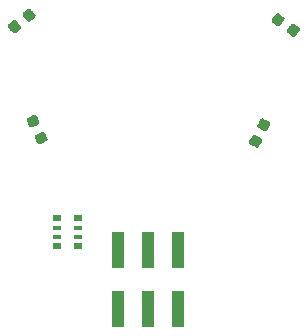
<source format=gbr>
G04 #@! TF.GenerationSoftware,KiCad,Pcbnew,5.1.2*
G04 #@! TF.CreationDate,2019-07-09T10:29:53-05:00*
G04 #@! TF.ProjectId,Goron's_Ruby,476f726f-6e27-4735-9f52-7562792e6b69,rev?*
G04 #@! TF.SameCoordinates,Original*
G04 #@! TF.FileFunction,Paste,Bot*
G04 #@! TF.FilePolarity,Positive*
%FSLAX46Y46*%
G04 Gerber Fmt 4.6, Leading zero omitted, Abs format (unit mm)*
G04 Created by KiCad (PCBNEW 5.1.2) date 2019-07-09 10:29:53*
%MOMM*%
%LPD*%
G04 APERTURE LIST*
%ADD10C,0.100000*%
%ADD11C,0.875000*%
%ADD12R,1.000000X3.150000*%
%ADD13R,0.800000X0.500000*%
%ADD14R,0.800000X0.400000*%
G04 APERTURE END LIST*
D10*
G36*
X136918704Y-104666504D02*
G01*
X136939807Y-104670439D01*
X136960423Y-104676424D01*
X136980353Y-104684400D01*
X136999406Y-104694292D01*
X137017397Y-104706003D01*
X137034153Y-104719422D01*
X137049514Y-104734418D01*
X137063330Y-104750848D01*
X137075470Y-104768553D01*
X137085816Y-104787362D01*
X137277604Y-105180585D01*
X137286057Y-105200318D01*
X137292534Y-105220785D01*
X137296975Y-105241788D01*
X137299335Y-105263124D01*
X137299593Y-105284590D01*
X137297745Y-105305977D01*
X137293810Y-105327081D01*
X137287825Y-105347697D01*
X137279849Y-105367627D01*
X137269957Y-105386679D01*
X137258246Y-105404671D01*
X137244827Y-105421427D01*
X137229831Y-105436788D01*
X137213401Y-105450604D01*
X137195696Y-105462744D01*
X137176887Y-105473090D01*
X136716255Y-105697755D01*
X136696522Y-105706208D01*
X136676055Y-105712685D01*
X136655052Y-105717126D01*
X136633715Y-105719486D01*
X136612250Y-105719744D01*
X136590862Y-105717896D01*
X136569759Y-105713961D01*
X136549143Y-105707976D01*
X136529213Y-105700000D01*
X136510160Y-105690108D01*
X136492169Y-105678397D01*
X136475413Y-105664978D01*
X136460052Y-105649982D01*
X136446236Y-105633552D01*
X136434096Y-105615847D01*
X136423750Y-105597038D01*
X136231962Y-105203815D01*
X136223509Y-105184082D01*
X136217032Y-105163615D01*
X136212591Y-105142612D01*
X136210231Y-105121276D01*
X136209973Y-105099810D01*
X136211821Y-105078423D01*
X136215756Y-105057319D01*
X136221741Y-105036703D01*
X136229717Y-105016773D01*
X136239609Y-104997721D01*
X136251320Y-104979729D01*
X136264739Y-104962973D01*
X136279735Y-104947612D01*
X136296165Y-104933796D01*
X136313870Y-104921656D01*
X136332679Y-104911310D01*
X136793311Y-104686645D01*
X136813044Y-104678192D01*
X136833511Y-104671715D01*
X136854514Y-104667274D01*
X136875851Y-104664914D01*
X136897316Y-104664656D01*
X136918704Y-104666504D01*
X136918704Y-104666504D01*
G37*
D11*
X136754783Y-105192200D03*
D10*
G36*
X137609138Y-106082104D02*
G01*
X137630241Y-106086039D01*
X137650857Y-106092024D01*
X137670787Y-106100000D01*
X137689840Y-106109892D01*
X137707831Y-106121603D01*
X137724587Y-106135022D01*
X137739948Y-106150018D01*
X137753764Y-106166448D01*
X137765904Y-106184153D01*
X137776250Y-106202962D01*
X137968038Y-106596185D01*
X137976491Y-106615918D01*
X137982968Y-106636385D01*
X137987409Y-106657388D01*
X137989769Y-106678724D01*
X137990027Y-106700190D01*
X137988179Y-106721577D01*
X137984244Y-106742681D01*
X137978259Y-106763297D01*
X137970283Y-106783227D01*
X137960391Y-106802279D01*
X137948680Y-106820271D01*
X137935261Y-106837027D01*
X137920265Y-106852388D01*
X137903835Y-106866204D01*
X137886130Y-106878344D01*
X137867321Y-106888690D01*
X137406689Y-107113355D01*
X137386956Y-107121808D01*
X137366489Y-107128285D01*
X137345486Y-107132726D01*
X137324149Y-107135086D01*
X137302684Y-107135344D01*
X137281296Y-107133496D01*
X137260193Y-107129561D01*
X137239577Y-107123576D01*
X137219647Y-107115600D01*
X137200594Y-107105708D01*
X137182603Y-107093997D01*
X137165847Y-107080578D01*
X137150486Y-107065582D01*
X137136670Y-107049152D01*
X137124530Y-107031447D01*
X137114184Y-107012638D01*
X136922396Y-106619415D01*
X136913943Y-106599682D01*
X136907466Y-106579215D01*
X136903025Y-106558212D01*
X136900665Y-106536876D01*
X136900407Y-106515410D01*
X136902255Y-106494023D01*
X136906190Y-106472919D01*
X136912175Y-106452303D01*
X136920151Y-106432373D01*
X136930043Y-106413321D01*
X136941754Y-106395329D01*
X136955173Y-106378573D01*
X136970169Y-106363212D01*
X136986599Y-106349396D01*
X137004304Y-106337256D01*
X137023113Y-106326910D01*
X137483745Y-106102245D01*
X137503478Y-106093792D01*
X137523945Y-106087315D01*
X137544948Y-106082874D01*
X137566285Y-106080514D01*
X137587750Y-106080256D01*
X137609138Y-106082104D01*
X137609138Y-106082104D01*
G37*
D11*
X137445217Y-106607800D03*
D10*
G36*
X135223975Y-96624915D02*
G01*
X135245128Y-96628573D01*
X135265821Y-96634287D01*
X135285853Y-96642002D01*
X135305034Y-96651644D01*
X135323177Y-96663119D01*
X135340107Y-96676317D01*
X135355663Y-96691111D01*
X135369693Y-96707358D01*
X135685220Y-97111214D01*
X135697591Y-97128758D01*
X135708182Y-97147431D01*
X135716892Y-97167052D01*
X135723637Y-97187432D01*
X135728352Y-97208375D01*
X135730991Y-97229679D01*
X135731530Y-97251139D01*
X135729962Y-97272549D01*
X135726304Y-97293702D01*
X135720590Y-97314395D01*
X135712875Y-97334427D01*
X135703233Y-97353608D01*
X135691758Y-97371750D01*
X135678560Y-97388681D01*
X135663766Y-97404237D01*
X135647519Y-97418267D01*
X135302764Y-97687619D01*
X135285219Y-97699990D01*
X135266547Y-97710581D01*
X135246926Y-97719291D01*
X135226546Y-97726036D01*
X135205603Y-97730751D01*
X135184299Y-97733390D01*
X135162839Y-97733929D01*
X135141429Y-97732361D01*
X135120276Y-97728703D01*
X135099583Y-97722989D01*
X135079551Y-97715274D01*
X135060370Y-97705632D01*
X135042227Y-97694157D01*
X135025297Y-97680959D01*
X135009741Y-97666165D01*
X134995711Y-97649918D01*
X134680184Y-97246062D01*
X134667813Y-97228518D01*
X134657222Y-97209845D01*
X134648512Y-97190224D01*
X134641767Y-97169844D01*
X134637052Y-97148901D01*
X134634413Y-97127597D01*
X134633874Y-97106137D01*
X134635442Y-97084727D01*
X134639100Y-97063574D01*
X134644814Y-97042881D01*
X134652529Y-97022849D01*
X134662171Y-97003668D01*
X134673646Y-96985526D01*
X134686844Y-96968595D01*
X134701638Y-96953039D01*
X134717885Y-96939009D01*
X135062640Y-96669657D01*
X135080185Y-96657286D01*
X135098857Y-96646695D01*
X135118478Y-96637985D01*
X135138858Y-96631240D01*
X135159801Y-96626525D01*
X135181105Y-96623886D01*
X135202565Y-96623347D01*
X135223975Y-96624915D01*
X135223975Y-96624915D01*
G37*
D11*
X135182702Y-97178638D03*
D10*
G36*
X136465091Y-95655249D02*
G01*
X136486244Y-95658907D01*
X136506937Y-95664621D01*
X136526969Y-95672336D01*
X136546150Y-95681978D01*
X136564293Y-95693453D01*
X136581223Y-95706651D01*
X136596779Y-95721445D01*
X136610809Y-95737692D01*
X136926336Y-96141548D01*
X136938707Y-96159092D01*
X136949298Y-96177765D01*
X136958008Y-96197386D01*
X136964753Y-96217766D01*
X136969468Y-96238709D01*
X136972107Y-96260013D01*
X136972646Y-96281473D01*
X136971078Y-96302883D01*
X136967420Y-96324036D01*
X136961706Y-96344729D01*
X136953991Y-96364761D01*
X136944349Y-96383942D01*
X136932874Y-96402084D01*
X136919676Y-96419015D01*
X136904882Y-96434571D01*
X136888635Y-96448601D01*
X136543880Y-96717953D01*
X136526335Y-96730324D01*
X136507663Y-96740915D01*
X136488042Y-96749625D01*
X136467662Y-96756370D01*
X136446719Y-96761085D01*
X136425415Y-96763724D01*
X136403955Y-96764263D01*
X136382545Y-96762695D01*
X136361392Y-96759037D01*
X136340699Y-96753323D01*
X136320667Y-96745608D01*
X136301486Y-96735966D01*
X136283343Y-96724491D01*
X136266413Y-96711293D01*
X136250857Y-96696499D01*
X136236827Y-96680252D01*
X135921300Y-96276396D01*
X135908929Y-96258852D01*
X135898338Y-96240179D01*
X135889628Y-96220558D01*
X135882883Y-96200178D01*
X135878168Y-96179235D01*
X135875529Y-96157931D01*
X135874990Y-96136471D01*
X135876558Y-96115061D01*
X135880216Y-96093908D01*
X135885930Y-96073215D01*
X135893645Y-96053183D01*
X135903287Y-96034002D01*
X135914762Y-96015860D01*
X135927960Y-95998929D01*
X135942754Y-95983373D01*
X135959001Y-95969343D01*
X136303756Y-95699991D01*
X136321301Y-95687620D01*
X136339973Y-95677029D01*
X136359594Y-95668319D01*
X136379974Y-95661574D01*
X136400917Y-95656859D01*
X136422221Y-95654220D01*
X136443681Y-95653681D01*
X136465091Y-95655249D01*
X136465091Y-95655249D01*
G37*
D11*
X136423818Y-96208972D03*
D10*
G36*
X156169367Y-104957114D02*
G01*
X156190703Y-104959474D01*
X156211706Y-104963915D01*
X156232173Y-104970392D01*
X156251906Y-104978845D01*
X156712538Y-105203510D01*
X156731347Y-105213856D01*
X156749052Y-105225996D01*
X156765482Y-105239812D01*
X156780478Y-105255173D01*
X156793897Y-105271929D01*
X156805608Y-105289920D01*
X156815500Y-105308973D01*
X156823476Y-105328903D01*
X156829461Y-105349519D01*
X156833396Y-105370622D01*
X156835244Y-105392010D01*
X156834986Y-105413475D01*
X156832626Y-105434812D01*
X156828185Y-105455815D01*
X156821708Y-105476282D01*
X156813255Y-105496015D01*
X156621467Y-105889238D01*
X156611121Y-105908047D01*
X156598981Y-105925752D01*
X156585165Y-105942182D01*
X156569804Y-105957178D01*
X156553048Y-105970597D01*
X156535056Y-105982308D01*
X156516004Y-105992200D01*
X156496074Y-106000176D01*
X156475458Y-106006161D01*
X156454354Y-106010096D01*
X156432967Y-106011944D01*
X156411501Y-106011686D01*
X156390165Y-106009326D01*
X156369162Y-106004885D01*
X156348695Y-105998408D01*
X156328962Y-105989955D01*
X155868330Y-105765290D01*
X155849521Y-105754944D01*
X155831816Y-105742804D01*
X155815386Y-105728988D01*
X155800390Y-105713627D01*
X155786971Y-105696871D01*
X155775260Y-105678880D01*
X155765368Y-105659827D01*
X155757392Y-105639897D01*
X155751407Y-105619281D01*
X155747472Y-105598178D01*
X155745624Y-105576790D01*
X155745882Y-105555325D01*
X155748242Y-105533988D01*
X155752683Y-105512985D01*
X155759160Y-105492518D01*
X155767613Y-105472785D01*
X155959401Y-105079562D01*
X155969747Y-105060753D01*
X155981887Y-105043048D01*
X155995703Y-105026618D01*
X156011064Y-105011622D01*
X156027820Y-104998203D01*
X156045812Y-104986492D01*
X156064864Y-104976600D01*
X156084794Y-104968624D01*
X156105410Y-104962639D01*
X156126514Y-104958704D01*
X156147901Y-104956856D01*
X156169367Y-104957114D01*
X156169367Y-104957114D01*
G37*
D11*
X156290434Y-105484400D03*
D10*
G36*
X155478933Y-106372714D02*
G01*
X155500269Y-106375074D01*
X155521272Y-106379515D01*
X155541739Y-106385992D01*
X155561472Y-106394445D01*
X156022104Y-106619110D01*
X156040913Y-106629456D01*
X156058618Y-106641596D01*
X156075048Y-106655412D01*
X156090044Y-106670773D01*
X156103463Y-106687529D01*
X156115174Y-106705520D01*
X156125066Y-106724573D01*
X156133042Y-106744503D01*
X156139027Y-106765119D01*
X156142962Y-106786222D01*
X156144810Y-106807610D01*
X156144552Y-106829075D01*
X156142192Y-106850412D01*
X156137751Y-106871415D01*
X156131274Y-106891882D01*
X156122821Y-106911615D01*
X155931033Y-107304838D01*
X155920687Y-107323647D01*
X155908547Y-107341352D01*
X155894731Y-107357782D01*
X155879370Y-107372778D01*
X155862614Y-107386197D01*
X155844622Y-107397908D01*
X155825570Y-107407800D01*
X155805640Y-107415776D01*
X155785024Y-107421761D01*
X155763920Y-107425696D01*
X155742533Y-107427544D01*
X155721067Y-107427286D01*
X155699731Y-107424926D01*
X155678728Y-107420485D01*
X155658261Y-107414008D01*
X155638528Y-107405555D01*
X155177896Y-107180890D01*
X155159087Y-107170544D01*
X155141382Y-107158404D01*
X155124952Y-107144588D01*
X155109956Y-107129227D01*
X155096537Y-107112471D01*
X155084826Y-107094480D01*
X155074934Y-107075427D01*
X155066958Y-107055497D01*
X155060973Y-107034881D01*
X155057038Y-107013778D01*
X155055190Y-106992390D01*
X155055448Y-106970925D01*
X155057808Y-106949588D01*
X155062249Y-106928585D01*
X155068726Y-106908118D01*
X155077179Y-106888385D01*
X155268967Y-106495162D01*
X155279313Y-106476353D01*
X155291453Y-106458648D01*
X155305269Y-106442218D01*
X155320630Y-106427222D01*
X155337386Y-106413803D01*
X155355378Y-106402092D01*
X155374430Y-106392200D01*
X155394360Y-106384224D01*
X155414976Y-106378239D01*
X155436080Y-106374304D01*
X155457467Y-106372456D01*
X155478933Y-106372714D01*
X155478933Y-106372714D01*
G37*
D11*
X155600000Y-106900000D03*
D10*
G36*
X158793974Y-96947445D02*
G01*
X158815135Y-96951057D01*
X158835840Y-96956726D01*
X158855889Y-96964397D01*
X158875091Y-96973997D01*
X158893259Y-96985433D01*
X159251638Y-97236373D01*
X159268597Y-97249534D01*
X159284185Y-97264294D01*
X159298251Y-97280510D01*
X159310660Y-97298028D01*
X159321292Y-97316677D01*
X159330045Y-97336279D01*
X159336834Y-97356644D01*
X159341595Y-97377577D01*
X159344281Y-97398875D01*
X159344866Y-97420334D01*
X159343345Y-97441747D01*
X159339733Y-97462908D01*
X159334064Y-97483613D01*
X159326392Y-97503663D01*
X159316793Y-97522864D01*
X159305358Y-97541031D01*
X159011401Y-97960847D01*
X158998240Y-97977807D01*
X158983480Y-97993395D01*
X158967263Y-98007461D01*
X158949746Y-98019870D01*
X158931096Y-98030502D01*
X158911495Y-98039255D01*
X158891130Y-98046044D01*
X158870197Y-98050805D01*
X158848899Y-98053491D01*
X158827439Y-98054076D01*
X158806026Y-98052555D01*
X158784865Y-98048943D01*
X158764160Y-98043274D01*
X158744111Y-98035603D01*
X158724909Y-98026003D01*
X158706741Y-98014567D01*
X158348362Y-97763627D01*
X158331403Y-97750466D01*
X158315815Y-97735706D01*
X158301749Y-97719490D01*
X158289340Y-97701972D01*
X158278708Y-97683323D01*
X158269955Y-97663721D01*
X158263166Y-97643356D01*
X158258405Y-97622423D01*
X158255719Y-97601125D01*
X158255134Y-97579666D01*
X158256655Y-97558253D01*
X158260267Y-97537092D01*
X158265936Y-97516387D01*
X158273608Y-97496337D01*
X158283207Y-97477136D01*
X158294642Y-97458969D01*
X158588599Y-97039153D01*
X158601760Y-97022193D01*
X158616520Y-97006605D01*
X158632737Y-96992539D01*
X158650254Y-96980130D01*
X158668904Y-96969498D01*
X158688505Y-96960745D01*
X158708870Y-96953956D01*
X158729803Y-96949195D01*
X158751101Y-96946509D01*
X158772561Y-96945924D01*
X158793974Y-96947445D01*
X158793974Y-96947445D01*
G37*
D11*
X158800000Y-97500000D03*
D10*
G36*
X157503810Y-96044063D02*
G01*
X157524971Y-96047675D01*
X157545676Y-96053344D01*
X157565725Y-96061015D01*
X157584927Y-96070615D01*
X157603095Y-96082051D01*
X157961474Y-96332991D01*
X157978433Y-96346152D01*
X157994021Y-96360912D01*
X158008087Y-96377128D01*
X158020496Y-96394646D01*
X158031128Y-96413295D01*
X158039881Y-96432897D01*
X158046670Y-96453262D01*
X158051431Y-96474195D01*
X158054117Y-96495493D01*
X158054702Y-96516952D01*
X158053181Y-96538365D01*
X158049569Y-96559526D01*
X158043900Y-96580231D01*
X158036228Y-96600281D01*
X158026629Y-96619482D01*
X158015194Y-96637649D01*
X157721237Y-97057465D01*
X157708076Y-97074425D01*
X157693316Y-97090013D01*
X157677099Y-97104079D01*
X157659582Y-97116488D01*
X157640932Y-97127120D01*
X157621331Y-97135873D01*
X157600966Y-97142662D01*
X157580033Y-97147423D01*
X157558735Y-97150109D01*
X157537275Y-97150694D01*
X157515862Y-97149173D01*
X157494701Y-97145561D01*
X157473996Y-97139892D01*
X157453947Y-97132221D01*
X157434745Y-97122621D01*
X157416577Y-97111185D01*
X157058198Y-96860245D01*
X157041239Y-96847084D01*
X157025651Y-96832324D01*
X157011585Y-96816108D01*
X156999176Y-96798590D01*
X156988544Y-96779941D01*
X156979791Y-96760339D01*
X156973002Y-96739974D01*
X156968241Y-96719041D01*
X156965555Y-96697743D01*
X156964970Y-96676284D01*
X156966491Y-96654871D01*
X156970103Y-96633710D01*
X156975772Y-96613005D01*
X156983444Y-96592955D01*
X156993043Y-96573754D01*
X157004478Y-96555587D01*
X157298435Y-96135771D01*
X157311596Y-96118811D01*
X157326356Y-96103223D01*
X157342573Y-96089157D01*
X157360090Y-96076748D01*
X157378740Y-96066116D01*
X157398341Y-96057363D01*
X157418706Y-96050574D01*
X157439639Y-96045813D01*
X157460937Y-96043127D01*
X157482397Y-96042542D01*
X157503810Y-96044063D01*
X157503810Y-96044063D01*
G37*
D11*
X157509836Y-96596618D03*
D12*
X143960000Y-116075000D03*
X143960000Y-121125000D03*
X146500000Y-116075000D03*
X146500000Y-121125000D03*
X149040000Y-116075000D03*
X149040000Y-121125000D03*
D13*
X140600000Y-113400000D03*
D14*
X140600000Y-115000000D03*
X140600000Y-114200000D03*
D13*
X140600000Y-115800000D03*
D14*
X138800000Y-114200000D03*
D13*
X138800000Y-113400000D03*
D14*
X138800000Y-115000000D03*
D13*
X138800000Y-115800000D03*
M02*

</source>
